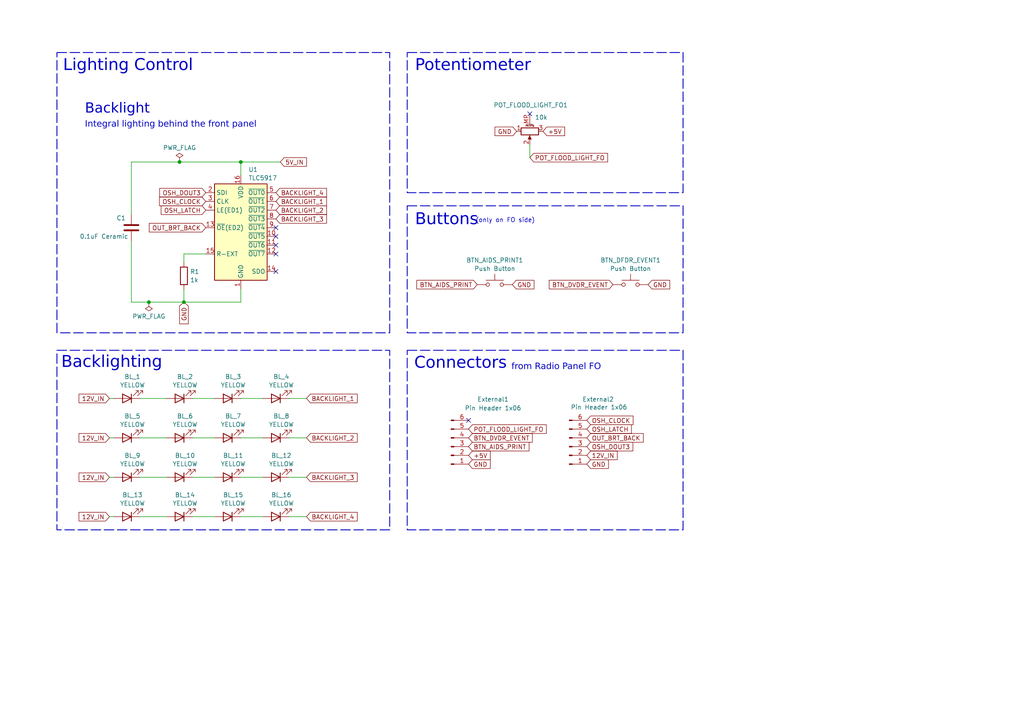
<source format=kicad_sch>
(kicad_sch (version 20231120) (generator "eeschema") (generator_version "8.0")
  (paper "A4")
  (title_block (title "Lighting Pedestal FO") (date "2024-12-08") (rev "V1.0") (company "S.K") (comment 1 "This panel has to be connected to Radio Panel on FO side"))
  (lib_symbols
    (symbol "Connector:Conn_01x06_Pin" (pin_names (offset 1.016) hide)
      (property "Reference" "J" (at 0 7.62 0))
      (property "Value" "Conn_01x06_Pin" (at 0 -10.16 0))
      (symbol "Conn_01x06_Pin_1_1"
        (polyline (pts (xy 1.27 -7.62) (xy 0.8636 -7.62)) (stroke (width 0.1524)))
        (polyline (pts (xy 1.27 -5.08) (xy 0.8636 -5.08)) (stroke (width 0.1524)))
        (polyline (pts (xy 1.27 -2.54) (xy 0.8636 -2.54)) (stroke (width 0.1524)))
        (polyline (pts (xy 1.27 0) (xy 0.8636 0)) (stroke (width 0.1524)))
        (polyline (pts (xy 1.27 2.54) (xy 0.8636 2.54)) (stroke (width 0.1524)))
        (polyline (pts (xy 1.27 5.08) (xy 0.8636 5.08)) (stroke (width 0.1524)))
        (rectangle (start 0.8636 -7.493) (end 0 -7.747) (stroke (width 0.1524)) (fill (type outline)))
        (rectangle (start 0.8636 -4.953) (end 0 -5.207) (stroke (width 0.1524)) (fill (type outline)))
        (rectangle (start 0.8636 -2.413) (end 0 -2.667) (stroke (width 0.1524)) (fill (type outline)))
        (rectangle (start 0.8636 0.127) (end 0 -0.127) (stroke (width 0.1524)) (fill (type outline)))
        (rectangle (start 0.8636 2.667) (end 0 2.413) (stroke (width 0.1524)) (fill (type outline)))
        (rectangle (start 0.8636 5.207) (end 0 4.953) (stroke (width 0.1524)) (fill (type outline)))
        (pin passive line (at 5.08 5.08 180) (length 3.81) (name "Pin_1") (number "1"))
        (pin passive line (at 5.08 2.54 180) (length 3.81) (name "Pin_2") (number "2"))
        (pin passive line (at 5.08 0 180) (length 3.81) (name "Pin_3") (number "3"))
        (pin passive line (at 5.08 -2.54 180) (length 3.81) (name "Pin_4") (number "4"))
        (pin passive line (at 5.08 -5.08 180) (length 3.81) (name "Pin_5") (number "5"))
        (pin passive line (at 5.08 -7.62 180) (length 3.81) (name "Pin_6") (number "6"))
      )
    )
    (symbol "Device:C" (pin_numbers hide) (pin_names (offset 0.254))
      (property "Reference" "C" (at 0.635 2.54 0))
      (property "Value" "C" (at 0.635 -2.54 0))
      (symbol "C_0_1"
        (polyline (pts (xy -2.032 -0.762) (xy 2.032 -0.762)) (stroke (width 0.508)))
        (polyline (pts (xy -2.032 0.762) (xy 2.032 0.762)) (stroke (width 0.508)))
      )
      (symbol "C_1_1"
        (pin passive line (at 0 3.81 270) (length 2.794) (name "~") (number "1"))
        (pin passive line (at 0 -3.81 90) (length 2.794) (name "~") (number "2"))
      )
    )
    (symbol "Device:LED" (pin_numbers hide) (pin_names (offset 1.016) hide)
      (property "Reference" "D" (at 0 2.54 0))
      (property "Value" "LED" (at 0 -2.54 0))
      (symbol "LED_0_1"
        (polyline (pts (xy -1.27 -1.27) (xy -1.27 1.27)) (stroke (width 0.254)))
        (polyline (pts (xy -1.27 0) (xy 1.27 0)))
        (polyline (pts (xy 1.27 -1.27) (xy 1.27 1.27) (xy -1.27 0) (xy 1.27 -1.27)) (stroke (width 0.254)))
        (polyline (pts (xy -3.048 -0.762) (xy -4.572 -2.286) (xy -3.81 -2.286) (xy -4.572 -2.286) (xy -4.572 -1.524)))
        (polyline (pts (xy -1.778 -0.762) (xy -3.302 -2.286) (xy -2.54 -2.286) (xy -3.302 -2.286) (xy -3.302 -1.524)))
      )
      (symbol "LED_1_1"
        (pin passive line (at -3.81 0 0) (length 2.54) (name "K") (number "1"))
        (pin passive line (at 3.81 0 180) (length 2.54) (name "A") (number "2"))
      )
    )
    (symbol "Device:R" (pin_numbers hide) (pin_names (offset 0))
      (property "Reference" "R" (at 2.032 0 90))
      (property "Value" "R" (at 0 0 90))
      (symbol "R_0_1"
        (rectangle (start -1.016 -2.54) (end 1.016 2.54) (stroke (width 0.254)))
      )
      (symbol "R_1_1"
        (pin passive line (at 0 3.81 270) (length 1.27) (name "~") (number "1"))
        (pin passive line (at 0 -3.81 90) (length 1.27) (name "~") (number "2"))
      )
    )
    (symbol "Device:R_Potentiometer_MountingPin" (pin_names (offset 1.016) hide)
      (property "Reference" "RV" (at -8.255 0 90))
      (property "Value" "R_Potentiometer_MountingPin" (at -6.35 0 90))
      (symbol "R_Potentiometer_MountingPin_0_1"
        (polyline (pts (xy 2.54 0) (xy 1.524 0)))
        (polyline (pts (xy 1.143 0) (xy 2.286 0.508) (xy 2.286 -0.508)) (fill (type outline)))
        (rectangle (start 1.016 2.54) (end -1.016 -2.54) (stroke (width 0.254)))
      )
      (symbol "R_Potentiometer_MountingPin_1_1"
        (polyline (pts (xy -2.032 1.016) (xy -2.032 -1.016)) (stroke (width 0.1524)))
        (text "Mounting" (at -1.651 0 900) (effects (font (size 0.381 0.381))))
        (pin passive line (at 0 3.81 270) (length 1.27) (name "1") (number "1"))
        (pin passive line (at 3.81 0 180) (length 1.27) (name "2") (number "2"))
        (pin passive line (at 0 -3.81 90) (length 1.27) (name "3") (number "3"))
        (pin passive line (at -5.08 0 0) (length 3.048) (name "MountPin") (number "MP"))
      )
    )
    (symbol "Driver_LED:TLC5917"
      (property "Reference" "U" (at -7.62 13.97 0))
      (property "Value" "TLC5917" (at -7.62 -16.51 0))
      (symbol "TLC5917_1_0"
        (pin power_in line (at 0 -17.78 90) (length 2.54) (name "GND") (number "1"))
        (pin open_collector line (at 10.16 -2.54 180) (length 2.54) (name "~{OUT5}") (number "10"))
        (pin open_collector line (at 10.16 -5.08 180) (length 2.54) (name "~{OUT6}") (number "11"))
        (pin open_collector line (at 10.16 -7.62 180) (length 2.54) (name "~{OUT7}") (number "12"))
        (pin passive line (at -10.16 0 0) (length 2.54) (name "~{OE}(ED2)") (number "13"))
        (pin output line (at 10.16 -12.7 180) (length 2.54) (name "SDO") (number "14"))
        (pin input line (at -10.16 -7.62 0) (length 2.54) (name "R-EXT") (number "15"))
        (pin power_in line (at 0 15.24 270) (length 2.54) (name "VDD") (number "16"))
        (pin input line (at -10.16 10.16 0) (length 2.54) (name "SDI") (number "2"))
        (pin input line (at -10.16 7.62 0) (length 2.54) (name "CLK") (number "3"))
        (pin passive line (at -10.16 5.08 0) (length 2.54) (name "LE(ED1)") (number "4"))
        (pin open_collector line (at 10.16 10.16 180) (length 2.54) (name "~{OUT0}") (number "5"))
        (pin open_collector line (at 10.16 7.62 180) (length 2.54) (name "~{OUT1}") (number "6"))
        (pin open_collector line (at 10.16 5.08 180) (length 2.54) (name "~{OUT2}") (number "7"))
        (pin open_collector line (at 10.16 2.54 180) (length 2.54) (name "~{OUT3}") (number "8"))
        (pin open_collector line (at 10.16 0 180) (length 2.54) (name "~{OUT4}") (number "9"))
      )
      (symbol "TLC5917_1_1"
        (rectangle (start -7.62 12.7) (end 7.62 -15.24) (stroke (width 0.254)) (fill (type background)))
      )
    )
    (symbol "Switch:SW_Push" (pin_numbers hide) (pin_names (offset 1.016) hide)
      (property "Reference" "SW" (at 1.27 2.54 0))
      (property "Value" "SW_Push" (at 0 -1.524 0))
      (symbol "SW_Push_0_1"
        (circle (center -2.032 0) (radius 0.508))
        (polyline (pts (xy 0 1.27) (xy 0 3.048)))
        (polyline (pts (xy 2.54 1.27) (xy -2.54 1.27)))
        (circle (center 2.032 0) (radius 0.508))
        (pin passive line (at -5.08 0 0) (length 2.54) (name "1") (number "1"))
        (pin passive line (at 5.08 0 180) (length 2.54) (name "2") (number "2"))
      )
    )
    (symbol "power:PWR_FLAG" (power) (pin_numbers hide) (pin_names (offset 0) hide)
      (property "Value" "PWR_FLAG" (at 0 3.81 0))
      (symbol "PWR_FLAG_0_0"
        (pin power_out line (at 0 0 90) (length 0) (name "~") (number "1"))
      )
      (symbol "PWR_FLAG_0_1"
        (polyline (pts (xy 0 0) (xy 0 1.27) (xy -1.016 1.905) (xy 0 2.54) (xy 1.016 1.905) (xy 0 1.27)))
      )
    )
  )
  (junction (at 52.07 46.99))
  (junction (at 69.85 46.99))
  (junction (at 43.18 87.63))
  (junction (at 53.34 87.63))
  (no_connect (at 80.01 71.12))
  (no_connect (at 135.89 121.92))
  (no_connect (at 80.01 73.66))
  (no_connect (at 153.67 33.02))
  (no_connect (at 80.01 78.74))
  (no_connect (at 80.01 68.58))
  (no_connect (at 80.01 66.04))
  (wire (pts (xy 69.85 115.57) (xy 76.2 115.57)))
  (wire (pts (xy 43.18 87.63) (xy 53.34 87.63)))
  (wire (pts (xy 83.82 149.86) (xy 88.9 149.86)))
  (wire (pts (xy 55.88 138.43) (xy 62.23 138.43)))
  (wire (pts (xy 40.64 115.57) (xy 48.26 115.57)))
  (wire (pts (xy 53.34 73.66) (xy 53.34 76.2)))
  (wire (pts (xy 33.02 138.43) (xy 31.75 138.43)))
  (wire (pts (xy 59.69 73.66) (xy 53.34 73.66)))
  (wire (pts (xy 33.02 149.86) (xy 31.75 149.86)))
  (wire (pts (xy 69.85 87.63) (xy 69.85 83.82)))
  (wire (pts (xy 153.67 45.72) (xy 153.67 41.91)))
  (wire (pts (xy 55.88 149.86) (xy 62.23 149.86)))
  (wire (pts (xy 69.85 46.99) (xy 81.28 46.99)))
  (wire (pts (xy 53.34 83.82) (xy 53.34 87.63)))
  (wire (pts (xy 40.64 138.43) (xy 48.26 138.43)))
  (wire (pts (xy 38.1 87.63) (xy 43.18 87.63)))
  (wire (pts (xy 38.1 46.99) (xy 38.1 62.23)))
  (wire (pts (xy 69.85 127) (xy 76.2 127)))
  (wire (pts (xy 83.82 138.43) (xy 88.9 138.43)))
  (wire (pts (xy 69.85 46.99) (xy 69.85 50.8)))
  (wire (pts (xy 83.82 115.57) (xy 88.9 115.57)))
  (wire (pts (xy 83.82 127) (xy 88.9 127)))
  (wire (pts (xy 55.88 115.57) (xy 62.23 115.57)))
  (wire (pts (xy 53.34 87.63) (xy 69.85 87.63)))
  (wire (pts (xy 69.85 138.43) (xy 76.2 138.43)))
  (wire (pts (xy 33.02 127) (xy 31.75 127)))
  (wire (pts (xy 69.85 149.86) (xy 76.2 149.86)))
  (wire (pts (xy 31.75 115.57) (xy 33.02 115.57)))
  (wire (pts (xy 55.88 127) (xy 62.23 127)))
  (wire (pts (xy 40.64 127) (xy 48.26 127)))
  (wire (pts (xy 38.1 69.85) (xy 38.1 87.63)))
  (wire (pts (xy 52.07 46.99) (xy 69.85 46.99)))
  (wire (pts (xy 40.64 149.86) (xy 48.26 149.86)))
  (wire (pts (xy 38.1 46.99) (xy 52.07 46.99)))
  (rectangle (start 16.5099 101.6) (end 113.03 153.67) (stroke (width 0.254) (type dash)))
  (rectangle (start 118.11 59.69) (end 198.12 96.52) (stroke (width 0.254) (type dash)))
  (rectangle (start 118.11 101.6) (end 198.12 153.67) (stroke (width 0.254) (type dash)))
  (rectangle (start 118.11 15.24) (end 198.12 55.88) (stroke (width 0.254) (type dash)))
  (rectangle (start 16.51 15.24) (end 113.03 96.52) (stroke (width 0.254) (type dash)))
  (text "Integral lighting behind the front panel" (at 24.638 35.6108 0) (effects (font (size 1.8288 1.8288)) (justify left top)))
  (text "Potentiometer" (at 120.396 18.034 0) (effects (font (size 3.3782 3.3782)) (justify left top)))
  (text "Connectors" (at 120.142 104.394 0) (effects (font (size 3.3782 3.3782)) (justify left top)))
  (text "Lighting Control" (at 18.288 18.034 0) (effects (font (size 3.3782 3.3782)) (justify left top)))
  (text "from Radio Panel FO" (at 148.336 105.918 0) (effects (font (size 1.8288 1.8288)) (justify left top)))
  (text "(only on FO side)" (at 146.558 64.008 0) (effects (font (size 1.27 1.27))))
  (text "Backlight" (at 24.638 30.734 0) (effects (font (size 2.8956 2.8956)) (justify left top)))
  (text "Backlighting" (at 17.78 104.14 0) (effects (font (size 3.3782 3.3782)) (justify left top)))
  (text "Buttons" (at 120.396 62.738 0) (effects (font (size 3.3782 3.3782)) (justify left top)))
  (global_label "OSH_LATCH" (shape input) (at 170.18 124.46 0) (property "Intersheetrefs" "${INTERSHEET_REFS}" (effects (hide yes))))
  (global_label "GND" (shape input) (at 148.59 82.55 0) (property "Intersheetrefs" "${INTERSHEET_REFS}" (effects (hide yes))))
  (global_label "BACKLIGHT_1" (shape input) (at 88.9 115.57 0) (property "Intersheetrefs" "${INTERSHEET_REFS}" (effects (hide yes))))
  (global_label "BACKLIGHT_2" (shape input) (at 80.01 60.96 0) (property "Intersheetrefs" "${INTERSHEET_REFS}" (effects (hide yes))))
  (global_label "POT_FLOOD_LIGHT_FO" (shape input) (at 153.67 45.72 0) (property "Intersheetrefs" "${INTERSHEET_REFS}" (effects (hide yes))))
  (global_label "OSH_DOUT3" (shape input) (at 170.18 129.54 0) (property "Intersheetrefs" "${INTERSHEET_REFS}" (effects (hide yes))))
  (global_label "OSH_CLOCK" (shape input) (at 59.69 58.42 180) (property "Intersheetrefs" "${INTERSHEET_REFS}" (effects (hide yes))))
  (global_label "12V_IN" (shape input) (at 31.75 149.86 180) (property "Intersheetrefs" "${INTERSHEET_REFS}" (effects (hide yes))))
  (global_label "OSH_CLOCK" (shape input) (at 170.18 121.92 0) (property "Intersheetrefs" "${INTERSHEET_REFS}" (effects (hide yes))))
  (global_label "GND" (shape input) (at 149.86 38.1 180) (property "Intersheetrefs" "${INTERSHEET_REFS}" (effects (hide yes))))
  (global_label "GND" (shape input) (at 135.89 134.62 0) (property "Intersheetrefs" "${INTERSHEET_REFS}" (effects (hide yes))))
  (global_label "BTN_AIDS_PRINT" (shape input) (at 138.43 82.55 180) (property "Intersheetrefs" "${INTERSHEET_REFS}" (effects (hide yes))))
  (global_label "BACKLIGHT_3" (shape input) (at 88.9 138.43 0) (property "Intersheetrefs" "${INTERSHEET_REFS}" (effects (hide yes))))
  (global_label "5V_IN" (shape input) (at 81.28 46.99 0) (property "Intersheetrefs" "${INTERSHEET_REFS}" (effects (hide yes))))
  (global_label "+5V" (shape input) (at 157.48 38.1 0) (property "Intersheetrefs" "${INTERSHEET_REFS}" (effects (hide yes))))
  (global_label "OSH_DOUT3" (shape input) (at 59.69 55.88 180) (property "Intersheetrefs" "${INTERSHEET_REFS}" (effects (hide yes))))
  (global_label "BACKLIGHT_4" (shape input) (at 80.01 55.88 0) (property "Intersheetrefs" "${INTERSHEET_REFS}" (effects (hide yes))))
  (global_label "POT_FLOOD_LIGHT_FO" (shape input) (at 135.89 124.46 0) (property "Intersheetrefs" "${INTERSHEET_REFS}" (effects (hide yes))))
  (global_label "12V_IN" (shape input) (at 31.75 115.57 180) (property "Intersheetrefs" "${INTERSHEET_REFS}" (effects (hide yes))))
  (global_label "GND" (shape input) (at 170.18 134.62 0) (property "Intersheetrefs" "${INTERSHEET_REFS}" (effects (hide yes))))
  (global_label "12V_IN" (shape input) (at 31.75 138.43 180) (property "Intersheetrefs" "${INTERSHEET_REFS}" (effects (hide yes))))
  (global_label "BTN_DVDR_EVENT" (shape input) (at 135.89 127 0) (property "Intersheetrefs" "${INTERSHEET_REFS}" (effects (hide yes))))
  (global_label "OSH_LATCH" (shape input) (at 59.69 60.96 180) (property "Intersheetrefs" "${INTERSHEET_REFS}" (effects (hide yes))))
  (global_label "GND" (shape input) (at 53.34 87.63 270) (property "Intersheetrefs" "${INTERSHEET_REFS}" (effects (hide yes))))
  (global_label "BACKLIGHT_4" (shape input) (at 88.9 149.86 0) (property "Intersheetrefs" "${INTERSHEET_REFS}" (effects (hide yes))))
  (global_label "12V_IN" (shape input) (at 31.75 127 180) (property "Intersheetrefs" "${INTERSHEET_REFS}" (effects (hide yes))))
  (global_label "12V_IN" (shape input) (at 170.18 132.08 0) (property "Intersheetrefs" "${INTERSHEET_REFS}" (effects (hide yes))))
  (global_label "BTN_DVDR_EVENT" (shape input) (at 177.8 82.55 180) (property "Intersheetrefs" "${INTERSHEET_REFS}" (effects (hide yes))))
  (global_label "GND" (shape input) (at 187.96 82.55 0) (property "Intersheetrefs" "${INTERSHEET_REFS}" (effects (hide yes))))
  (global_label "+5V" (shape input) (at 135.89 132.08 0) (property "Intersheetrefs" "${INTERSHEET_REFS}" (effects (hide yes))))
  (global_label "BTN_AIDS_PRINT" (shape input) (at 135.89 129.54 0) (property "Intersheetrefs" "${INTERSHEET_REFS}" (effects (hide yes))))
  (global_label "OUT_BRT_BACK" (shape input) (at 170.18 127 0) (property "Intersheetrefs" "${INTERSHEET_REFS}" (effects (hide yes))))
  (global_label "OUT_BRT_BACK" (shape input) (at 59.69 66.04 180) (property "Intersheetrefs" "${INTERSHEET_REFS}" (effects (hide yes))))
  (global_label "BACKLIGHT_1" (shape input) (at 80.01 58.42 0) (property "Intersheetrefs" "${INTERSHEET_REFS}" (effects (hide yes))))
  (global_label "BACKLIGHT_3" (shape input) (at 80.01 63.5 0) (property "Intersheetrefs" "${INTERSHEET_REFS}" (effects (hide yes))))
  (global_label "BACKLIGHT_2" (shape input) (at 88.9 127 0) (property "Intersheetrefs" "${INTERSHEET_REFS}" (effects (hide yes))))
  (symbol (lib_id "Driver_LED:TLC5917") (at 69.85 66.04 0) (unit 1)
    (property "Reference" "U1" (at 72.0441 49.1955 0) (effects (justify left)))
    (property "Value" "TLC5917" (at 72.0441 51.6198 0) (effects (justify left)))
    (property "Footprint" "Package_DIP:DIP-16_W7.62mm" (effects (hide yes)))
    (property "Datasheet" "https://www.ti.com/lit/ds/symlink/tlc5917.pdf" (effects (hide yes)))
    (property "Description" "8-Channel Constant-Current LED Sink Driver, Short to VLED detection" (effects (hide yes)))
  )
  (symbol (lib_id "Switch:SW_Push") (at 143.51 82.55 0) (unit 1)
    (property "Reference" "BTN_AIDS_PRINT1" (at 143.51 75.4845 0))
    (property "Value" "Push Button" (at 143.51 77.9088 0))
    (property "Footprint" "My:SW-Push" (effects (hide yes)))
    (property "Description" "Push button switch, generic, two pins" (effects (hide yes)))
  )
  (symbol (lib_id "Device:R_Potentiometer_MountingPin") (at 153.67 38.1 90) (mirror x) (unit 1)
    (property "Reference" "POT_FLOOD_LIGHT_FO1" (at 153.924 30.48 90))
    (property "Value" "10k" (at 156.972 34.036 90))
    (property "Footprint" "Potentiometer_THT:Potentiometer_Alps_RK09K_Single_Vertical" (effects (hide yes)))
    (property "Description" "Potentiometer with a mounting pin" (effects (hide yes)))
  )
  (symbol (lib_id "power:PWR_FLAG") (at 52.07 46.99 0) (unit 1)
    (property "Reference" "#FLG02" (effects (hide yes)))
    (property "Value" "PWR_FLAG" (at 52.07 42.8569 0))
    (property "Description" "Special symbol for telling ERC where power comes from" (effects (hide yes)))
  )
  (symbol (lib_id "Device:LED") (at 80.01 138.43 180) (unit 1)
    (property "Reference" "BL_12" (at 81.5975 132.1265 0))
    (property "Value" "YELLOW" (at 81.5975 134.5508 0))
    (property "Footprint" "LED_THT:LED_D3.0mm" (effects (hide yes)))
    (property "Description" "Light emitting diode" (effects (hide yes)))
  )
  (symbol (lib_id "Device:LED") (at 80.01 127 180) (unit 1)
    (property "Reference" "BL_8" (at 81.5975 120.6965 0))
    (property "Value" "YELLOW" (at 81.5975 123.1208 0))
    (property "Footprint" "LED_THT:LED_D3.0mm" (effects (hide yes)))
    (property "Description" "Light emitting diode" (effects (hide yes)))
  )
  (symbol (lib_id "Device:R") (at 53.34 80.01 0) (unit 1)
    (property "Reference" "R1" (at 55.118 78.7978 0) (effects (justify left)))
    (property "Value" "1k" (at 55.118 81.2221 0) (effects (justify left)))
    (property "Footprint" "Resistor_THT:R_Axial_DIN0204_L3.6mm_D1.6mm_P5.08mm_Horizontal" (effects (hide yes)))
    (property "Description" "Resistor" (effects (hide yes)))
  )
  (symbol (lib_id "Device:LED") (at 52.07 115.57 180) (unit 1)
    (property "Reference" "BL_2" (at 53.6575 109.2665 0))
    (property "Value" "YELLOW" (at 53.6575 111.6908 0))
    (property "Footprint" "LED_THT:LED_D3.0mm" (effects (hide yes)))
    (property "Description" "Light emitting diode" (effects (hide yes)))
  )
  (symbol (lib_id "Device:LED") (at 66.04 127 180) (unit 1)
    (property "Reference" "BL_7" (at 67.6275 120.6965 0))
    (property "Value" "YELLOW" (at 67.6275 123.1208 0))
    (property "Footprint" "LED_THT:LED_D3.0mm" (effects (hide yes)))
    (property "Description" "Light emitting diode" (effects (hide yes)))
  )
  (symbol (lib_id "Device:LED") (at 36.83 115.57 180) (unit 1)
    (property "Reference" "BL_1" (at 38.4175 109.2665 0))
    (property "Value" "YELLOW" (at 38.4175 111.6908 0))
    (property "Footprint" "LED_THT:LED_D3.0mm" (effects (hide yes)))
    (property "Description" "Light emitting diode" (effects (hide yes)))
  )
  (symbol (lib_id "Device:LED") (at 66.04 138.43 180) (unit 1)
    (property "Reference" "BL_11" (at 67.6275 132.1265 0))
    (property "Value" "YELLOW" (at 67.6275 134.5508 0))
    (property "Footprint" "LED_THT:LED_D3.0mm" (effects (hide yes)))
    (property "Description" "Light emitting diode" (effects (hide yes)))
  )
  (symbol (lib_id "Device:LED") (at 66.04 115.57 180) (unit 1)
    (property "Reference" "BL_3" (at 67.6275 109.2665 0))
    (property "Value" "YELLOW" (at 67.6275 111.6908 0))
    (property "Footprint" "LED_THT:LED_D3.0mm" (effects (hide yes)))
    (property "Description" "Light emitting diode" (effects (hide yes)))
  )
  (symbol (lib_id "Device:LED") (at 66.04 149.86 180) (unit 1)
    (property "Reference" "BL_15" (at 67.6275 143.5565 0))
    (property "Value" "YELLOW" (at 67.6275 145.9808 0))
    (property "Footprint" "LED_THT:LED_D3.0mm" (effects (hide yes)))
    (property "Description" "Light emitting diode" (effects (hide yes)))
  )
  (symbol (lib_id "Device:LED") (at 80.01 115.57 180) (unit 1)
    (property "Reference" "BL_4" (at 81.5975 109.2665 0))
    (property "Value" "YELLOW" (at 81.5975 111.6908 0))
    (property "Footprint" "LED_THT:LED_D3.0mm" (effects (hide yes)))
    (property "Description" "Light emitting diode" (effects (hide yes)))
  )
  (symbol (lib_id "Device:LED") (at 80.01 149.86 180) (unit 1)
    (property "Reference" "BL_16" (at 81.5975 143.5565 0))
    (property "Value" "YELLOW" (at 81.5975 145.9808 0))
    (property "Footprint" "LED_THT:LED_D3.0mm" (effects (hide yes)))
    (property "Description" "Light emitting diode" (effects (hide yes)))
  )
  (symbol (lib_id "Device:LED") (at 52.07 149.86 180) (unit 1)
    (property "Reference" "BL_14" (at 53.6575 143.5565 0))
    (property "Value" "YELLOW" (at 53.6575 145.9808 0))
    (property "Footprint" "LED_THT:LED_D3.0mm" (effects (hide yes)))
    (property "Description" "Light emitting diode" (effects (hide yes)))
  )
  (symbol (lib_id "Device:LED") (at 36.83 138.43 180) (unit 1)
    (property "Reference" "BL_9" (at 38.4175 132.1265 0))
    (property "Value" "YELLOW" (at 38.4175 134.5508 0))
    (property "Footprint" "LED_THT:LED_D3.0mm" (effects (hide yes)))
    (property "Description" "Light emitting diode" (effects (hide yes)))
  )
  (symbol (lib_id "Device:LED") (at 52.07 138.43 180) (unit 1)
    (property "Reference" "BL_10" (at 53.6575 132.1265 0))
    (property "Value" "YELLOW" (at 53.6575 134.5508 0))
    (property "Footprint" "LED_THT:LED_D3.0mm" (effects (hide yes)))
    (property "Description" "Light emitting diode" (effects (hide yes)))
  )
  (symbol (lib_id "Device:LED") (at 36.83 127 180) (unit 1)
    (property "Reference" "BL_5" (at 38.4175 120.6965 0))
    (property "Value" "YELLOW" (at 38.4175 123.1208 0))
    (property "Footprint" "LED_THT:LED_D3.0mm" (effects (hide yes)))
    (property "Description" "Light emitting diode" (effects (hide yes)))
  )
  (symbol (lib_id "Device:LED") (at 36.83 149.86 180) (unit 1)
    (property "Reference" "BL_13" (at 38.4175 143.5565 0))
    (property "Value" "YELLOW" (at 38.4175 145.9808 0))
    (property "Footprint" "LED_THT:LED_D3.0mm" (effects (hide yes)))
    (property "Description" "Light emitting diode" (effects (hide yes)))
  )
  (symbol (lib_id "Switch:SW_Push") (at 182.88 82.55 0) (unit 1)
    (property "Reference" "BTN_DFDR_EVENT1" (at 182.88 75.4845 0))
    (property "Value" "Push Button" (at 182.88 77.9088 0))
    (property "Footprint" "My:SW-Push" (effects (hide yes)))
    (property "Description" "Push button switch, generic, two pins" (effects (hide yes)))
  )
  (symbol (lib_id "Connector:Conn_01x06_Pin") (at 130.81 129.54 0) (mirror x) (unit 1)
    (property "Reference" "External1" (at 143.002 115.824 0))
    (property "Value" "Pin Header 1x06" (at 143.002 118.364 0))
    (property "Footprint" "Connector_JST:JST_EH_B6B-EH-A_1x06_P2.50mm_Vertical" (effects (hide yes)))
    (property "Description" "Generic connector, single row, 01x06, script generated" (effects (hide yes)))
  )
  (symbol (lib_id "Connector:Conn_01x06_Pin") (at 165.1 129.54 0) (mirror x) (unit 1)
    (property "Reference" "External2" (at 173.482 115.824 0))
    (property "Value" "Pin Header 1x06" (at 173.736 118.11 0))
    (property "Footprint" "Connector_JST:JST_EH_B6B-EH-A_1x06_P2.50mm_Vertical" (effects (hide yes)))
    (property "Description" "Generic connector, single row, 01x06, script generated" (effects (hide yes)))
  )
  (symbol (lib_id "power:PWR_FLAG") (at 43.18 87.63 180) (unit 1)
    (property "Reference" "#FLG01" (effects (hide yes)))
    (property "Value" "PWR_FLAG" (at 43.18 91.7631 0))
    (property "Description" "Special symbol for telling ERC where power comes from" (effects (hide yes)))
  )
  (symbol (lib_id "Device:C") (at 38.1 66.04 0) (unit 1)
    (property "Reference" "C1" (at 33.782 63.246 0) (effects (justify left)))
    (property "Value" "0.1uF Ceramic" (at 23.114 68.58 0) (effects (justify left)))
    (property "Footprint" "Capacitor_THT:C_Disc_D3.0mm_W1.6mm_P2.50mm" (effects (hide yes)))
    (property "Description" "Unpolarized capacitor" (effects (hide yes)))
  )
  (symbol (lib_id "Device:LED") (at 52.07 127 180) (unit 1)
    (property "Reference" "BL_6" (at 53.6575 120.6965 0))
    (property "Value" "YELLOW" (at 53.6575 123.1208 0))
    (property "Footprint" "LED_THT:LED_D3.0mm" (effects (hide yes)))
    (property "Description" "Light emitting diode" (effects (hide yes)))
  )
)
</source>
